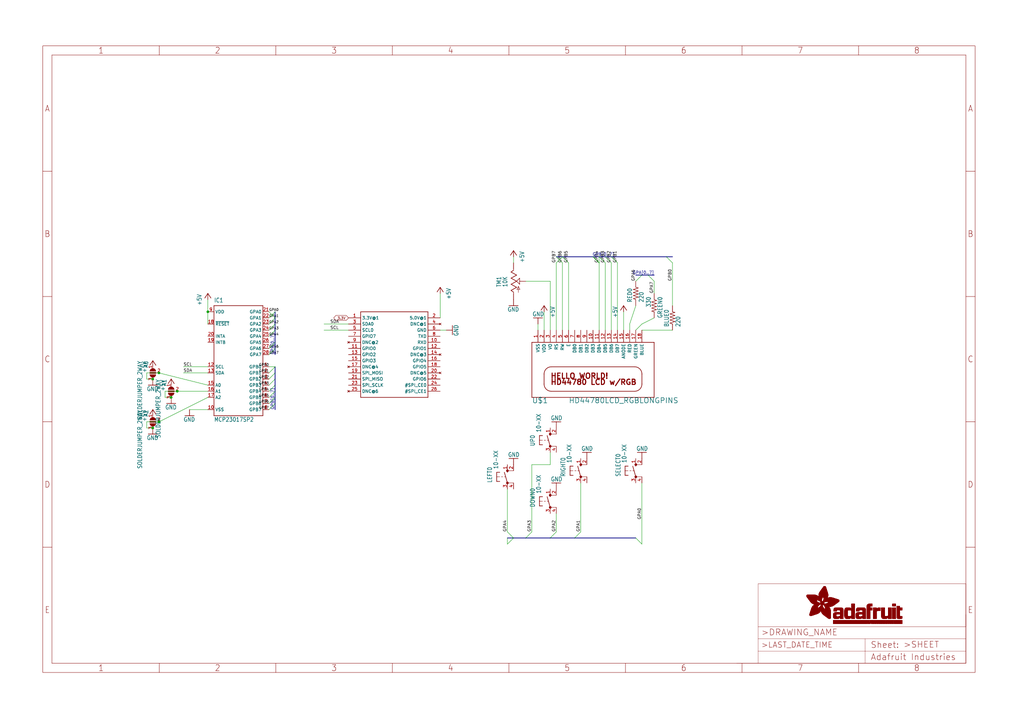
<source format=kicad_sch>
(kicad_sch (version 20211123) (generator eeschema)
  (paper "User" 425.45 299.161)
  (lib_symbols
    (symbol "schematicEagle-eagle-import:+5V" (power)
      (property "Value" "+5V" (at -2.54 -5.08 90))
      (symbol "+5V_1_0"
        (pin power_in line (at 0 -2.54 90) (length 2.54) (name "+5V") (number "1"))
      )
    )
    (symbol "schematicEagle-eagle-import:10-XX"
      (property "Reference" "S" (at -6.35 -2.54 90))
      (property "Value" "10-XX" (at -3.81 3.175 90))
      (symbol "10-XX_1_0"
        (pin passive line (at 0 5.08 270) (length 2.54) (name "S") (number "1"))
        (pin passive line (at 2.54 5.08 270) (length 2.54) (name "S1") (number "2"))
        (pin passive line (at 0 -5.08 90) (length 2.54) (name "P") (number "3"))
        (pin passive line (at 2.54 -5.08 90) (length 2.54) (name "P1") (number "4"))
      )
    )
    (symbol "schematicEagle-eagle-import:FRAME_A3_ADAFRUIT"
      (symbol "FRAME_A3_ADAFRUIT_0_0"
        (text "1" (at 24.2094 1.905 0) (effects (font (size 2.54 2.286))))
        (text "1" (at 24.2094 258.445 0) (effects (font (size 2.54 2.286))))
        (text "2" (at 72.6281 1.905 0) (effects (font (size 2.54 2.286))))
        (text "2" (at 72.6281 258.445 0) (effects (font (size 2.54 2.286))))
        (text "3" (at 121.0469 1.905 0) (effects (font (size 2.54 2.286))))
        (text "3" (at 121.0469 258.445 0) (effects (font (size 2.54 2.286))))
        (text "4" (at 169.4656 1.905 0) (effects (font (size 2.54 2.286))))
        (text "4" (at 169.4656 258.445 0) (effects (font (size 2.54 2.286))))
        (text "5" (at 217.8844 1.905 0) (effects (font (size 2.54 2.286))))
        (text "5" (at 217.8844 258.445 0) (effects (font (size 2.54 2.286))))
        (text "6" (at 266.3031 1.905 0) (effects (font (size 2.54 2.286))))
        (text "6" (at 266.3031 258.445 0) (effects (font (size 2.54 2.286))))
        (text "7" (at 314.7219 1.905 0) (effects (font (size 2.54 2.286))))
        (text "7" (at 314.7219 258.445 0) (effects (font (size 2.54 2.286))))
        (text "8" (at 363.1406 1.905 0) (effects (font (size 2.54 2.286))))
        (text "8" (at 363.1406 258.445 0) (effects (font (size 2.54 2.286))))
        (text "A" (at 1.905 234.315 0) (effects (font (size 2.54 2.286))))
        (text "A" (at 385.445 234.315 0) (effects (font (size 2.54 2.286))))
        (text "B" (at 1.905 182.245 0) (effects (font (size 2.54 2.286))))
        (text "B" (at 385.445 182.245 0) (effects (font (size 2.54 2.286))))
        (text "C" (at 1.905 130.175 0) (effects (font (size 2.54 2.286))))
        (text "C" (at 385.445 130.175 0) (effects (font (size 2.54 2.286))))
        (text "D" (at 1.905 78.105 0) (effects (font (size 2.54 2.286))))
        (text "D" (at 385.445 78.105 0) (effects (font (size 2.54 2.286))))
        (text "E" (at 1.905 26.035 0) (effects (font (size 2.54 2.286))))
        (text "E" (at 385.445 26.035 0) (effects (font (size 2.54 2.286))))
      )
      (symbol "FRAME_A3_ADAFRUIT_1_0"
        (text ">DRAWING_NAME" (at 298.45 15.24 0) (effects (font (size 2.54 2.54)) (justify left bottom)))
        (text ">LAST_DATE_TIME" (at 298.45 10.16 0) (effects (font (size 2.286 2.286)) (justify left bottom)))
        (text ">SHEET" (at 357.505 10.16 0) (effects (font (size 2.54 2.54)) (justify left bottom)))
        (text "Adafruit Industries" (at 343.916 4.953 0) (effects (font (size 2.54 2.54)) (justify left bottom)))
        (text "Sheet:" (at 343.916 10.033 0) (effects (font (size 2.54 2.54)) (justify left bottom)))
      )
    )
    (symbol "schematicEagle-eagle-import:GND" (power)
      (property "Value" "GND" (at -2.54 -2.54 0))
      (symbol "GND_1_0"
        (pin power_in line (at 0 2.54 270) (length 2.54) (name "GND") (number "1"))
      )
    )
    (symbol "schematicEagle-eagle-import:HD44780LCD_RGBLONGPINS"
      (property "Value" "HD44780LCD_RGBLONGPINS" (at -10.16 -12.7 0))
      (symbol "HD44780LCD_RGBLONGPINS_1_0"
        (text "HD44780 LCD w/RGB" (at -17.78 -5.08 0) (effects (font (size 2.1844 2.1844) (thickness 0.4369) bold) (justify left bottom)))
        (text "HELLO WORLD!" (at -17.78 -2.54 0) (effects (font (size 2.1844 2.1844) (thickness 0.4369) bold) (justify left bottom)))
        (pin power_in line (at -22.86 17.78 270) (length 5.08) (name "VSS") (number "1"))
        (pin bidirectional line (at 0 17.78 270) (length 5.08) (name "DB3") (number "10"))
        (pin bidirectional line (at 2.54 17.78 270) (length 5.08) (name "DB4") (number "11"))
        (pin bidirectional line (at 5.08 17.78 270) (length 5.08) (name "DB5") (number "12"))
        (pin bidirectional line (at 7.62 17.78 270) (length 5.08) (name "DB6") (number "13"))
        (pin bidirectional line (at 10.16 17.78 270) (length 5.08) (name "DB7") (number "14"))
        (pin input line (at 12.7 17.78 270) (length 5.08) (name "ANODE") (number "15"))
        (pin input line (at 15.24 17.78 270) (length 5.08) (name "RED") (number "16"))
        (pin input line (at 17.78 17.78 270) (length 5.08) (name "GREEN") (number "17"))
        (pin input line (at 20.32 17.78 270) (length 5.08) (name "BLUE") (number "18"))
        (pin power_in line (at -20.32 17.78 270) (length 5.08) (name "VDD") (number "2"))
        (pin input line (at -17.78 17.78 270) (length 5.08) (name "VO") (number "3"))
        (pin input line (at -15.24 17.78 270) (length 5.08) (name "RS") (number "4"))
        (pin input line (at -12.7 17.78 270) (length 5.08) (name "RW") (number "5"))
        (pin input line (at -10.16 17.78 270) (length 5.08) (name "E") (number "6"))
        (pin bidirectional line (at -7.62 17.78 270) (length 5.08) (name "DB0") (number "7"))
        (pin bidirectional line (at -5.08 17.78 270) (length 5.08) (name "DB1") (number "8"))
        (pin bidirectional line (at -2.54 17.78 270) (length 5.08) (name "DB2") (number "9"))
      )
    )
    (symbol "schematicEagle-eagle-import:MCP23017SP2"
      (property "Reference" "IC" (at -10.16 24.13 0))
      (property "Value" "MCP23017SP2" (at -10.16 -25.4 0))
      (symbol "MCP23017SP2_1_0"
        (pin bidirectional line (at 12.7 -2.54 180) (length 2.54) (name "GPB0") (number "1"))
        (pin power_in line (at -12.7 -20.32 0) (length 2.54) (name "VSS") (number "10"))
        (pin input line (at -12.7 -2.54 0) (length 2.54) (name "SCL") (number "12"))
        (pin bidirectional line (at -12.7 -5.08 0) (length 2.54) (name "SDA") (number "13"))
        (pin input line (at -12.7 -10.16 0) (length 2.54) (name "A0") (number "15"))
        (pin input line (at -12.7 -12.7 0) (length 2.54) (name "A1") (number "16"))
        (pin input line (at -12.7 -15.24 0) (length 2.54) (name "A2") (number "17"))
        (pin input line (at -12.7 15.24 0) (length 2.54) (name "~{RESET}") (number "18"))
        (pin output line (at -12.7 7.62 0) (length 2.54) (name "INTB") (number "19"))
        (pin bidirectional line (at 12.7 -5.08 180) (length 2.54) (name "GPB1") (number "2"))
        (pin output line (at -12.7 10.16 0) (length 2.54) (name "INTA") (number "20"))
        (pin bidirectional line (at 12.7 20.32 180) (length 2.54) (name "GPA0") (number "21"))
        (pin bidirectional line (at 12.7 17.78 180) (length 2.54) (name "GPA1") (number "22"))
        (pin bidirectional line (at 12.7 15.24 180) (length 2.54) (name "GPA2") (number "23"))
        (pin bidirectional line (at 12.7 12.7 180) (length 2.54) (name "GPA3") (number "24"))
        (pin bidirectional line (at 12.7 10.16 180) (length 2.54) (name "GPA4") (number "25"))
        (pin bidirectional line (at 12.7 7.62 180) (length 2.54) (name "GPA5") (number "26"))
        (pin bidirectional line (at 12.7 5.08 180) (length 2.54) (name "GPA6") (number "27"))
        (pin bidirectional line (at 12.7 2.54 180) (length 2.54) (name "GPA7") (number "28"))
        (pin bidirectional line (at 12.7 -7.62 180) (length 2.54) (name "GPB2") (number "3"))
        (pin bidirectional line (at 12.7 -10.16 180) (length 2.54) (name "GPB3") (number "4"))
        (pin bidirectional line (at 12.7 -12.7 180) (length 2.54) (name "GPB4") (number "5"))
        (pin bidirectional line (at 12.7 -15.24 180) (length 2.54) (name "GPB5") (number "6"))
        (pin bidirectional line (at 12.7 -17.78 180) (length 2.54) (name "GPB6") (number "7"))
        (pin bidirectional line (at 12.7 -20.32 180) (length 2.54) (name "GPB7") (number "8"))
        (pin power_in line (at -12.7 20.32 0) (length 2.54) (name "VDD") (number "9"))
      )
    )
    (symbol "schematicEagle-eagle-import:R-US_0207{slash}10"
      (property "Reference" "R" (at -3.81 1.4986 0))
      (property "Value" "R-US_0207{slash}10" (at -3.81 -3.302 0))
      (symbol "R-US_0207{slash}10_1_0"
        (pin passive line (at -5.08 0 0) (length 2.54) (name "1") (number "1"))
        (pin passive line (at 5.08 0 180) (length 2.54) (name "2") (number "2"))
      )
    )
    (symbol "schematicEagle-eagle-import:RASPBERRYPI_BB"
      (symbol "RASPBERRYPI_BB_1_0"
        (pin power_in line (at -17.78 15.24 0) (length 5.08) (name "3.3V@1") (number "1"))
        (pin input line (at 20.32 5.08 180) (length 5.08) (name "RXD") (number "10"))
        (pin bidirectional line (at -17.78 2.54 0) (length 5.08) (name "GPIO0") (number "11"))
        (pin bidirectional line (at 20.32 2.54 180) (length 5.08) (name "GPIO1") (number "12"))
        (pin bidirectional line (at -17.78 0 0) (length 5.08) (name "GPIO2") (number "13"))
        (pin no_connect line (at 20.32 0 180) (length 5.08) (name "DNC@3") (number "14"))
        (pin bidirectional line (at -17.78 -2.54 0) (length 5.08) (name "GPIO3") (number "15"))
        (pin bidirectional line (at 20.32 -2.54 180) (length 5.08) (name "GPIO4") (number "16"))
        (pin no_connect line (at -17.78 -5.08 0) (length 5.08) (name "DNC@4") (number "17"))
        (pin bidirectional line (at 20.32 -5.08 180) (length 5.08) (name "GPIO5") (number "18"))
        (pin output line (at -17.78 -7.62 0) (length 5.08) (name "SPI_MOSI") (number "19"))
        (pin power_in line (at 20.32 15.24 180) (length 5.08) (name "5.0V@1") (number "2"))
        (pin no_connect line (at 20.32 -7.62 180) (length 5.08) (name "DNC@5") (number "20"))
        (pin input line (at -17.78 -10.16 0) (length 5.08) (name "SPI_MISO") (number "21"))
        (pin bidirectional line (at 20.32 -10.16 180) (length 5.08) (name "GPIO6") (number "22"))
        (pin output line (at -17.78 -12.7 0) (length 5.08) (name "SPI_SCLK") (number "23"))
        (pin output line (at 20.32 -12.7 180) (length 5.08) (name "#SPI_CE0") (number "24"))
        (pin no_connect line (at -17.78 -15.24 0) (length 5.08) (name "DNC@6") (number "25"))
        (pin output line (at 20.32 -15.24 180) (length 5.08) (name "#SPI_CE1") (number "26"))
        (pin bidirectional line (at -17.78 12.7 0) (length 5.08) (name "SDA0") (number "3"))
        (pin no_connect line (at 20.32 12.7 180) (length 5.08) (name "DNC@1") (number "4"))
        (pin output line (at -17.78 10.16 0) (length 5.08) (name "SCL0") (number "5"))
        (pin power_in line (at 20.32 10.16 180) (length 5.08) (name "GND") (number "6"))
        (pin bidirectional line (at -17.78 7.62 0) (length 5.08) (name "GPIO7") (number "7"))
        (pin output line (at 20.32 7.62 180) (length 5.08) (name "TXD") (number "8"))
        (pin no_connect line (at -17.78 5.08 0) (length 5.08) (name "DNC@2") (number "9"))
      )
    )
    (symbol "schematicEagle-eagle-import:SOLDERJUMPER_2WAY"
      (property "Reference" "SJ" (at -5.08 -3.81 0))
      (property "Value" "SOLDERJUMPER_2WAY" (at -5.08 -6.35 0))
      (symbol "SOLDERJUMPER_2WAY_1_0"
        (pin passive line (at -2.54 0 0) (length 0) (name "1") (number "1"))
        (pin passive line (at 0 2.54 270) (length 0) (name "2") (number "2"))
        (pin passive line (at 2.54 0 180) (length 0) (name "3") (number "3"))
      )
    )
    (symbol "schematicEagle-eagle-import:TRIM"
      (property "Reference" "TM" (at -5.08 -2.54 90))
      (property "Value" "TRIM" (at -2.54 -2.54 90))
      (symbol "TRIM_1_0"
        (pin passive line (at 0 -7.62 90) (length 2.54) (name "A") (number "A"))
        (pin passive line (at 0 7.62 270) (length 2.54) (name "E") (number "E"))
        (pin passive line (at 5.08 0 180) (length 2.54) (name "S") (number "S"))
      )
    )
  )
  (junction (at 73.66 162.56))
  (junction (at 63.5 157.48))
  (junction (at 63.5 177.8))
  (junction (at 86.36 129.54))
  (junction (at 71.12 165.1))
  (junction (at 66.04 175.26))
  (junction (at 66.04 154.94))
  (bus_entry (at 111.76 134.62) (size 2.54 -2.54))
  (bus_entry (at 111.76 129.54) (size 2.54 2.54))
  (bus_entry (at 111.76 154.94) (size 2.54 -2.54))
  (bus_entry (at 111.76 165.1) (size 2.54 -2.54))
  (bus_entry (at 231.14 220.98) (size -2.54 2.54))
  (bus_entry (at 111.76 160.02) (size 2.54 -2.54))
  (bus_entry (at 220.98 220.98) (size -2.54 2.54))
  (bus_entry (at 248.92 109.22) (size -2.54 -2.54))
  (bus_entry (at 254 109.22) (size -2.54 -2.54))
  (bus_entry (at 241.3 220.98) (size -2.54 2.54))
  (bus_entry (at 236.22 109.22) (size -2.54 -2.54))
  (bus_entry (at 111.76 170.18) (size 2.54 -2.54))
  (bus_entry (at 231.14 109.22) (size 2.54 -2.54))
  (bus_entry (at 111.76 137.16) (size 2.54 -2.54))
  (bus_entry (at 264.16 116.84) (size 2.54 -2.54))
  (bus_entry (at 233.68 109.22) (size -2.54 -2.54))
  (bus_entry (at 248.92 109.22) (size -2.54 -2.54))
  (bus_entry (at 251.46 109.22) (size -2.54 -2.54))
  (bus_entry (at 111.76 162.56) (size 2.54 -2.54))
  (bus_entry (at 111.76 139.7) (size 2.54 -2.54))
  (bus_entry (at 279.4 109.22) (size -2.54 -2.54))
  (bus_entry (at 111.76 147.32) (size 2.54 -2.54))
  (bus_entry (at 111.76 157.48) (size 2.54 -2.54))
  (bus_entry (at 271.78 116.84) (size -2.54 -2.54))
  (bus_entry (at 210.82 226.06) (size 2.54 -2.54))
  (bus_entry (at 266.7 226.06) (size -2.54 -2.54))
  (bus_entry (at 111.76 132.08) (size 2.54 -2.54))
  (bus_entry (at 256.54 109.22) (size -2.54 -2.54))
  (bus_entry (at 210.82 220.98) (size 2.54 2.54))
  (bus_entry (at 111.76 144.78) (size 2.54 -2.54))
  (bus_entry (at 111.76 167.64) (size 2.54 -2.54))
  (bus (pts (xy 266.7 114.3) (xy 264.16 114.3)))
  (bus (pts (xy 254 106.68) (xy 276.86 106.68)))
  (wire (pts (xy 236.22 109.22) (xy 236.22 137.16)))
  (wire (pts (xy 220.98 220.98) (xy 220.98 193.04)))
  (wire (pts (xy 71.12 165.1) (xy 68.58 165.1)))
  (wire (pts (xy 68.58 162.56) (xy 73.66 162.56)))
  (bus (pts (xy 218.44 223.52) (xy 213.36 223.52)))
  (wire (pts (xy 66.04 175.26) (xy 86.36 165.1)))
  (bus (pts (xy 231.14 106.68) (xy 233.68 106.68)))
  (bus (pts (xy 269.24 114.3) (xy 266.7 114.3)))
  (wire (pts (xy 60.96 157.48) (xy 60.96 154.94)))
  (wire (pts (xy 60.96 177.8) (xy 60.96 175.26)))
  (bus (pts (xy 114.3 165.1) (xy 114.3 167.64)))
  (wire (pts (xy 144.78 134.62) (xy 134.62 134.62)))
  (bus (pts (xy 228.6 223.52) (xy 218.44 223.52)))
  (bus (pts (xy 233.68 106.68) (xy 246.38 106.68)))
  (wire (pts (xy 210.82 220.98) (xy 210.82 203.2)))
  (wire (pts (xy 231.14 137.16) (xy 231.14 109.22)))
  (wire (pts (xy 111.76 152.4) (xy 114.3 152.4)))
  (wire (pts (xy 86.36 152.4) (xy 76.2 152.4)))
  (wire (pts (xy 210.82 226.06) (xy 210.82 223.52)))
  (wire (pts (xy 63.5 157.48) (xy 60.96 157.48)))
  (wire (pts (xy 231.14 213.36) (xy 231.14 220.98)))
  (wire (pts (xy 66.04 154.94) (xy 86.36 160.02)))
  (wire (pts (xy 226.06 129.54) (xy 226.06 137.16)))
  (wire (pts (xy 228.6 137.16) (xy 228.6 116.84)))
  (bus (pts (xy 114.3 152.4) (xy 114.3 154.94)))
  (bus (pts (xy 246.38 106.68) (xy 248.92 106.68)))
  (wire (pts (xy 220.98 193.04) (xy 228.6 193.04)))
  (wire (pts (xy 256.54 137.16) (xy 256.54 109.22)))
  (wire (pts (xy 248.92 109.22) (xy 248.92 106.68)))
  (bus (pts (xy 271.78 114.3) (xy 269.24 114.3)))
  (wire (pts (xy 279.4 127) (xy 279.4 109.22)))
  (wire (pts (xy 266.7 200.66) (xy 266.7 226.06)))
  (bus (pts (xy 114.3 137.16) (xy 114.3 134.62)))
  (wire (pts (xy 213.36 109.22) (xy 213.36 106.68)))
  (wire (pts (xy 264.16 127) (xy 261.62 134.62)))
  (wire (pts (xy 223.52 134.62) (xy 223.52 137.16)))
  (wire (pts (xy 266.7 134.62) (xy 264.16 137.16)))
  (bus (pts (xy 213.36 223.52) (xy 210.82 223.52)))
  (bus (pts (xy 114.3 167.64) (xy 114.3 170.18)))
  (wire (pts (xy 241.3 200.66) (xy 241.3 220.98)))
  (bus (pts (xy 114.3 134.62) (xy 114.3 132.08)))
  (wire (pts (xy 228.6 116.84) (xy 218.44 116.84)))
  (wire (pts (xy 86.36 170.18) (xy 78.74 170.18)))
  (wire (pts (xy 279.4 137.16) (xy 266.7 137.16)))
  (wire (pts (xy 261.62 134.62) (xy 261.62 137.16)))
  (wire (pts (xy 271.78 116.84) (xy 271.78 121.92)))
  (bus (pts (xy 114.3 154.94) (xy 114.3 157.48)))
  (wire (pts (xy 271.78 132.08) (xy 266.7 134.62)))
  (wire (pts (xy 60.96 175.26) (xy 66.04 175.26)))
  (bus (pts (xy 114.3 162.56) (xy 114.3 165.1)))
  (bus (pts (xy 114.3 160.02) (xy 114.3 162.56)))
  (bus (pts (xy 114.3 142.24) (xy 114.3 137.16)))
  (wire (pts (xy 86.36 162.56) (xy 73.66 162.56)))
  (wire (pts (xy 144.78 137.16) (xy 134.62 137.16)))
  (bus (pts (xy 238.76 223.52) (xy 228.6 223.52)))
  (bus (pts (xy 114.3 157.48) (xy 114.3 160.02)))
  (bus (pts (xy 114.3 144.78) (xy 114.3 142.24)))
  (wire (pts (xy 233.68 109.22) (xy 233.68 137.16)))
  (bus (pts (xy 114.3 147.32) (xy 114.3 144.78)))
  (wire (pts (xy 182.88 121.92) (xy 182.88 132.08)))
  (bus (pts (xy 114.3 132.08) (xy 114.3 129.54)))
  (wire (pts (xy 185.42 137.16) (xy 182.88 137.16)))
  (wire (pts (xy 60.96 154.94) (xy 66.04 154.94)))
  (wire (pts (xy 259.08 129.54) (xy 259.08 137.16)))
  (wire (pts (xy 63.5 177.8) (xy 60.96 177.8)))
  (bus (pts (xy 251.46 106.68) (xy 254 106.68)))
  (bus (pts (xy 276.86 106.68) (xy 279.4 106.68)))
  (bus (pts (xy 248.92 106.68) (xy 251.46 106.68)))
  (bus (pts (xy 264.16 223.52) (xy 238.76 223.52)))
  (wire (pts (xy 251.46 137.16) (xy 251.46 109.22)))
  (wire (pts (xy 86.36 134.62) (xy 86.36 129.54)))
  (wire (pts (xy 254 137.16) (xy 254 109.22)))
  (wire (pts (xy 86.36 124.46) (xy 86.36 129.54)))
  (wire (pts (xy 68.58 165.1) (xy 68.58 162.56)))
  (wire (pts (xy 86.36 154.94) (xy 76.2 154.94)))
  (wire (pts (xy 248.92 109.22) (xy 248.92 137.16)))
  (wire (pts (xy 228.6 193.04) (xy 228.6 187.96)))
  (label "GPB1" (at 111.76 154.94 180) (effects (font (size 1.016 1.016))))
  (label "GPA[0..7]" (at 114.3 147.32 90) (effects (font (size 1.2446 1.2446))))
  (label "GPB5" (at 236.22 109.22 90) (effects (font (size 1.2446 1.2446))))
  (label "GPB7" (at 231.14 109.22 90) (effects (font (size 1.2446 1.2446))))
  (label "GPB5" (at 111.76 165.1 180) (effects (font (size 1.016 1.016))))
  (label "GPB4" (at 111.76 162.56 180) (effects (font (size 1.016 1.016))))
  (label "GPB2" (at 111.76 157.48 180) (effects (font (size 1.016 1.016))))
  (label "GPA4" (at 111.76 139.7 0) (effects (font (size 1.016 1.016))))
  (label "GPA2" (at 231.14 220.98 90) (effects (font (size 1.2446 1.2446))))
  (label "GPA3" (at 220.98 220.98 90) (effects (font (size 1.2446 1.2446))))
  (label "GPA1" (at 111.76 132.08 0) (effects (font (size 1.016 1.016))))
  (label "GPB7" (at 111.76 170.18 180) (effects (font (size 1.016 1.016))))
  (label "GPB1" (at 256.54 109.22 90) (effects (font (size 1.2446 1.2446))))
  (label "GPA6" (at 111.76 144.78 0) (effects (font (size 1.016 1.016))))
  (label "GPA0" (at 111.76 129.54 0) (effects (font (size 1.016 1.016))))
  (label "GPB2" (at 254 109.22 90) (effects (font (size 1.2446 1.2446))))
  (label "GPA4" (at 210.82 220.98 90) (effects (font (size 1.2446 1.2446))))
  (label "GPB0" (at 279.4 116.84 90) (effects (font (size 1.2446 1.2446))))
  (label "GPA[0..7]" (at 271.78 114.3 180) (effects (font (size 1.2446 1.2446))))
  (label "GPA6" (at 264.16 116.84 90) (effects (font (size 1.2446 1.2446))))
  (label "SDA" (at 137.16 134.62 0) (effects (font (size 1.2446 1.2446))))
  (label "GPA2" (at 111.76 134.62 0) (effects (font (size 1.016 1.016))))
  (label "GPB6" (at 233.68 109.22 90) (effects (font (size 1.2446 1.2446))))
  (label "GPB3" (at 251.46 109.22 90) (effects (font (size 1.2446 1.2446))))
  (label "GPB[0..7]" (at 255.27 106.68 180) (effects (font (size 1.2446 1.2446))))
  (label "GPA0" (at 266.7 215.9 90) (effects (font (size 1.2446 1.2446))))
  (label "SCL" (at 137.16 137.16 0) (effects (font (size 1.2446 1.2446))))
  (label "GPA3" (at 111.76 137.16 0) (effects (font (size 1.016 1.016))))
  (label "GPA7" (at 111.76 147.32 0) (effects (font (size 1.016 1.016))))
  (label "SDA" (at 76.2 154.94 0) (effects (font (size 1.2446 1.2446))))
  (label "GPB[0..7]" (at 114.3 170.18 90) (effects (font (size 1.2446 1.2446))))
  (label "GPB3" (at 111.76 160.02 180) (effects (font (size 1.016 1.016))))
  (label "GPB0" (at 111.76 152.4 180) (effects (font (size 1.016 1.016))))
  (label "GPB4" (at 248.92 109.22 90) (effects (font (size 1.2446 1.2446))))
  (label "GPA7" (at 271.78 121.92 90) (effects (font (size 1.2446 1.2446))))
  (label "GPB6" (at 111.76 167.64 180) (effects (font (size 1.016 1.016))))
  (label "SCL" (at 76.2 152.4 0) (effects (font (size 1.2446 1.2446))))
  (label "GPA1" (at 241.3 220.98 90) (effects (font (size 1.2446 1.2446))))
  (global_label "3.3V" (shape bidirectional) (at 144.78 132.08 180) (effects (font (size 1.016 1.016))) (property "Intersheet References" "${INTERSHEET_REFS}" (effects hide)))
  (symbol (lib_id "schematicEagle-eagle-import:GND") (at 78.74 172.72 0) (unit 1)
    (property "Reference" "#GND1" (effects hide))
    (property "Value" "GND" (at 76.2 175.26 0) (effects (font (size 1.778 1.5113)) (justify left bottom)))
    (property "Footprint" "schematicEagle:" (effects hide))
  )
  (symbol (lib_id "schematicEagle-eagle-import:+5V") (at 71.12 157.48 0) (unit 1)
    (property "Reference" "#P+8" (effects hide))
    (property "Value" "+5V" (at 68.58 162.56 90) (effects (font (size 1.778 1.5113)) (justify left bottom)))
    (property "Footprint" "schematicEagle:" (effects hide))
  )
  (symbol (lib_id "schematicEagle-eagle-import:+5V") (at 182.88 119.38 0) (mirror y) (unit 1)
    (property "Reference" "#P+6" (effects hide))
    (property "Value" "+5V" (at 185.42 124.46 90) (effects (font (size 1.778 1.5113)) (justify left bottom)))
    (property "Footprint" "schematicEagle:" (effects hide))
  )
  (symbol (lib_id "schematicEagle-eagle-import:SOLDERJUMPER_2WAY") (at 63.5 175.26 270) (unit 1)
    (property "Reference" "A2" (at 59.69 170.18 0) (effects (font (size 1.778 1.5113)) (justify left bottom)))
    (property "Value" "SOLDERJUMPER_2WAY" (at 57.15 170.18 0) (effects (font (size 1.778 1.5113)) (justify left bottom)))
    (property "Footprint" "schematicEagle:SOLDERJUMPER_2WAY_OPEN_NOPASTE" (effects hide))
  )
  (symbol (lib_id "schematicEagle-eagle-import:GND") (at 266.7 187.96 180) (unit 1)
    (property "Reference" "#GND8" (effects hide))
    (property "Value" "GND" (at 269.24 185.42 0) (effects (font (size 1.778 1.5113)) (justify left bottom)))
    (property "Footprint" "schematicEagle:" (effects hide))
  )
  (symbol (lib_id "schematicEagle-eagle-import:+5V") (at 63.5 149.86 0) (unit 1)
    (property "Reference" "#P+7" (effects hide))
    (property "Value" "+5V" (at 60.96 154.94 90) (effects (font (size 1.778 1.5113)) (justify left bottom)))
    (property "Footprint" "schematicEagle:" (effects hide))
  )
  (symbol (lib_id "schematicEagle-eagle-import:+5V") (at 86.36 121.92 0) (unit 1)
    (property "Reference" "#P+1" (effects hide))
    (property "Value" "+5V" (at 83.82 127 90) (effects (font (size 1.778 1.5113)) (justify left bottom)))
    (property "Footprint" "schematicEagle:" (effects hide))
  )
  (symbol (lib_id "schematicEagle-eagle-import:GND") (at 231.14 200.66 180) (unit 1)
    (property "Reference" "#GND10" (effects hide))
    (property "Value" "GND" (at 233.68 198.12 0) (effects (font (size 1.778 1.5113)) (justify left bottom)))
    (property "Footprint" "schematicEagle:" (effects hide))
  )
  (symbol (lib_id "schematicEagle-eagle-import:10-XX") (at 228.6 182.88 0) (unit 1)
    (property "Reference" "UP0" (at 222.25 185.42 90) (effects (font (size 1.778 1.5113)) (justify left bottom)))
    (property "Value" "10-XX" (at 224.79 179.705 90) (effects (font (size 1.778 1.5113)) (justify left bottom)))
    (property "Footprint" "schematicEagle:B3F-10XX" (effects hide))
  )
  (symbol (lib_id "schematicEagle-eagle-import:GND") (at 63.5 180.34 0) (unit 1)
    (property "Reference" "#GND2" (effects hide))
    (property "Value" "GND" (at 60.96 182.88 0) (effects (font (size 1.778 1.5113)) (justify left bottom)))
    (property "Footprint" "schematicEagle:" (effects hide))
  )
  (symbol (lib_id "schematicEagle-eagle-import:SOLDERJUMPER_2WAY") (at 71.12 162.56 270) (unit 1)
    (property "Reference" "A1" (at 67.31 157.48 0) (effects (font (size 1.778 1.5113)) (justify left bottom)))
    (property "Value" "SOLDERJUMPER_2WAY" (at 64.77 157.48 0) (effects (font (size 1.778 1.5113)) (justify left bottom)))
    (property "Footprint" "schematicEagle:SOLDERJUMPER_2WAY_OPEN_NOPASTE" (effects hide))
  )
  (symbol (lib_id "schematicEagle-eagle-import:10-XX") (at 264.16 195.58 0) (unit 1)
    (property "Reference" "SELECT0" (at 257.81 198.12 90) (effects (font (size 1.778 1.5113)) (justify left bottom)))
    (property "Value" "10-XX" (at 260.35 192.405 90) (effects (font (size 1.778 1.5113)) (justify left bottom)))
    (property "Footprint" "schematicEagle:B3F-10XX" (effects hide))
  )
  (symbol (lib_id "schematicEagle-eagle-import:RASPBERRYPI_BB") (at 162.56 147.32 0) (unit 1)
    (property "Reference" "U$4" (effects hide))
    (property "Value" "RASPBERRYPI_BB" (effects hide))
    (property "Footprint" "schematicEagle:RASBERRYPI_SHIELD" (effects hide))
  )
  (symbol (lib_id "schematicEagle-eagle-import:R-US_0207{slash}10") (at 271.78 127 270) (unit 1)
    (property "Reference" "GREEN0" (at 273.2786 123.19 0) (effects (font (size 1.778 1.5113)) (justify left bottom)))
    (property "Value" "330" (at 268.478 123.19 0) (effects (font (size 1.778 1.5113)) (justify left bottom)))
    (property "Footprint" "schematicEagle:0207_10" (effects hide))
  )
  (symbol (lib_id "schematicEagle-eagle-import:+5V") (at 213.36 104.14 0) (mirror y) (unit 1)
    (property "Reference" "#P+4" (effects hide))
    (property "Value" "+5V" (at 215.9 109.22 90) (effects (font (size 1.778 1.5113)) (justify left bottom)))
    (property "Footprint" "schematicEagle:" (effects hide))
  )
  (symbol (lib_id "schematicEagle-eagle-import:+5V") (at 259.08 127 0) (unit 1)
    (property "Reference" "#P+5" (effects hide))
    (property "Value" "+5V" (at 256.54 132.08 90) (effects (font (size 1.778 1.5113)) (justify left bottom)))
    (property "Footprint" "schematicEagle:" (effects hide))
  )
  (symbol (lib_id "schematicEagle-eagle-import:R-US_0207{slash}10") (at 264.16 121.92 90) (unit 1)
    (property "Reference" "RED0" (at 262.6614 125.73 0) (effects (font (size 1.778 1.5113)) (justify left bottom)))
    (property "Value" "220" (at 267.462 125.73 0) (effects (font (size 1.778 1.5113)) (justify left bottom)))
    (property "Footprint" "schematicEagle:0207_10" (effects hide))
  )
  (symbol (lib_id "schematicEagle-eagle-import:MCP23017SP2") (at 99.06 149.86 0) (unit 1)
    (property "Reference" "IC1" (at 88.9 125.73 0) (effects (font (size 1.778 1.5113)) (justify left bottom)))
    (property "Value" "MCP23017SP2" (at 88.9 175.26 0) (effects (font (size 1.778 1.5113)) (justify left bottom)))
    (property "Footprint" "schematicEagle:DIL28-3-ROUND" (effects hide))
  )
  (symbol (lib_id "schematicEagle-eagle-import:SOLDERJUMPER_2WAY") (at 63.5 154.94 270) (unit 1)
    (property "Reference" "A0" (at 59.69 149.86 0) (effects (font (size 1.778 1.5113)) (justify left bottom)))
    (property "Value" "SOLDERJUMPER_2WAY" (at 57.15 149.86 0) (effects (font (size 1.778 1.5113)) (justify left bottom)))
    (property "Footprint" "schematicEagle:SOLDERJUMPER_2WAY_OPEN_NOPASTE" (effects hide))
  )
  (symbol (lib_id "schematicEagle-eagle-import:GND") (at 213.36 127 0) (unit 1)
    (property "Reference" "#GND9" (effects hide))
    (property "Value" "GND" (at 210.82 129.54 0) (effects (font (size 1.778 1.5113)) (justify left bottom)))
    (property "Footprint" "schematicEagle:" (effects hide))
  )
  (symbol (lib_id "schematicEagle-eagle-import:+5V") (at 226.06 127 0) (mirror y) (unit 1)
    (property "Reference" "#P+3" (effects hide))
    (property "Value" "+5V" (at 228.6 132.08 90) (effects (font (size 1.778 1.5113)) (justify left bottom)))
    (property "Footprint" "schematicEagle:" (effects hide))
  )
  (symbol (lib_id "schematicEagle-eagle-import:10-XX") (at 228.6 208.28 0) (unit 1)
    (property "Reference" "DOWN0" (at 222.25 210.82 90) (effects (font (size 1.778 1.5113)) (justify left bottom)))
    (property "Value" "10-XX" (at 224.79 205.105 90) (effects (font (size 1.778 1.5113)) (justify left bottom)))
    (property "Footprint" "schematicEagle:B3F-10XX" (effects hide))
  )
  (symbol (lib_id "schematicEagle-eagle-import:R-US_0207{slash}10") (at 279.4 132.08 90) (unit 1)
    (property "Reference" "BLUE0" (at 277.9014 135.89 0) (effects (font (size 1.778 1.5113)) (justify left bottom)))
    (property "Value" "220" (at 282.702 135.89 0) (effects (font (size 1.778 1.5113)) (justify left bottom)))
    (property "Footprint" "schematicEagle:0207_10" (effects hide))
  )
  (symbol (lib_id "schematicEagle-eagle-import:GND") (at 63.5 160.02 0) (unit 1)
    (property "Reference" "#GND12" (effects hide))
    (property "Value" "GND" (at 60.96 162.56 0) (effects (font (size 1.778 1.5113)) (justify left bottom)))
    (property "Footprint" "schematicEagle:" (effects hide))
  )
  (symbol (lib_id "schematicEagle-eagle-import:FRAME_A3_ADAFRUIT") (at 17.78 279.4 0) (unit 1)
    (property "Reference" "#U$3" (effects hide))
    (property "Value" "FRAME_A3_ADAFRUIT" (effects hide))
    (property "Footprint" "schematicEagle:" (effects hide))
  )
  (symbol (lib_id "schematicEagle-eagle-import:GND") (at 187.96 137.16 90) (unit 1)
    (property "Reference" "#GND11" (effects hide))
    (property "Value" "GND" (at 190.5 139.7 0) (effects (font (size 1.778 1.5113)) (justify left bottom)))
    (property "Footprint" "schematicEagle:" (effects hide))
  )
  (symbol (lib_id "schematicEagle-eagle-import:GND") (at 71.12 167.64 0) (unit 1)
    (property "Reference" "#GND4" (effects hide))
    (property "Value" "GND" (at 68.58 170.18 0) (effects (font (size 1.778 1.5113)) (justify left bottom)))
    (property "Footprint" "schematicEagle:" (effects hide))
  )
  (symbol (lib_id "schematicEagle-eagle-import:GND") (at 213.36 190.5 180) (unit 1)
    (property "Reference" "#GND5" (effects hide))
    (property "Value" "GND" (at 215.9 187.96 0) (effects (font (size 1.778 1.5113)) (justify left bottom)))
    (property "Footprint" "schematicEagle:" (effects hide))
  )
  (symbol (lib_id "schematicEagle-eagle-import:GND") (at 223.52 132.08 180) (unit 1)
    (property "Reference" "#GND3" (effects hide))
    (property "Value" "GND" (at 226.06 129.54 0) (effects (font (size 1.778 1.5113)) (justify left bottom)))
    (property "Footprint" "schematicEagle:" (effects hide))
  )
  (symbol (lib_id "schematicEagle-eagle-import:10-XX") (at 241.3 195.58 0) (unit 1)
    (property "Reference" "RIGHT0" (at 234.95 198.12 90) (effects (font (size 1.778 1.5113)) (justify left bottom)))
    (property "Value" "10-XX" (at 237.49 192.405 90) (effects (font (size 1.778 1.5113)) (justify left bottom)))
    (property "Footprint" "schematicEagle:B3F-10XX" (effects hide))
  )
  (symbol (lib_id "schematicEagle-eagle-import:TRIM") (at 213.36 116.84 0) (unit 1)
    (property "Reference" "TM1" (at 208.28 119.38 90) (effects (font (size 1.778 1.5113)) (justify left bottom)))
    (property "Value" "10K" (at 210.82 119.38 90) (effects (font (size 1.778 1.5113)) (justify left bottom)))
    (property "Footprint" "schematicEagle:6MM" (effects hide))
  )
  (symbol (lib_id "schematicEagle-eagle-import:10-XX") (at 210.82 198.12 0) (unit 1)
    (property "Reference" "LEFT0" (at 204.47 200.66 90) (effects (font (size 1.778 1.5113)) (justify left bottom)))
    (property "Value" "10-XX" (at 207.01 194.945 90) (effects (font (size 1.778 1.5113)) (justify left bottom)))
    (property "Footprint" "schematicEagle:B3F-10XX" (effects hide))
  )
  (symbol (lib_id "schematicEagle-eagle-import:GND") (at 231.14 175.26 180) (unit 1)
    (property "Reference" "#GND6" (effects hide))
    (property "Value" "GND" (at 233.68 172.72 0) (effects (font (size 1.778 1.5113)) (justify left bottom)))
    (property "Footprint" "schematicEagle:" (effects hide))
  )
  (symbol (lib_id "schematicEagle-eagle-import:HD44780LCD_RGBLONGPINS") (at 246.38 154.94 0) (unit 1)
    (property "Reference" "U$1" (at 220.98 167.64 0) (effects (font (size 2.1844 2.1844)) (justify left bottom)))
    (property "Value" "HD44780LCD_RGBLONGPINS" (at 236.22 167.64 0) (effects (font (size 2.1844 2.1844)) (justify left bottom)))
    (property "Footprint" "schematicEagle:LCD1602-RGB" (effects hide))
  )
  (symbol (lib_id "schematicEagle-eagle-import:+5V") (at 63.5 170.18 0) (unit 1)
    (property "Reference" "#P+9" (effects hide))
    (property "Value" "+5V" (at 60.96 175.26 90) (effects (font (size 1.778 1.5113)) (justify left bottom)))
    (property "Footprint" "schematicEagle:" (effects hide))
  )
  (symbol (lib_id "schematicEagle-eagle-import:GND") (at 243.84 187.96 180) (unit 1)
    (property "Reference" "#GND7" (effects hide))
    (property "Value" "GND" (at 246.38 185.42 0) (effects (font (size 1.778 1.5113)) (justify left bottom)))
    (property "Footprint" "schematicEagle:" (effects hide))
  )
)
</source>
